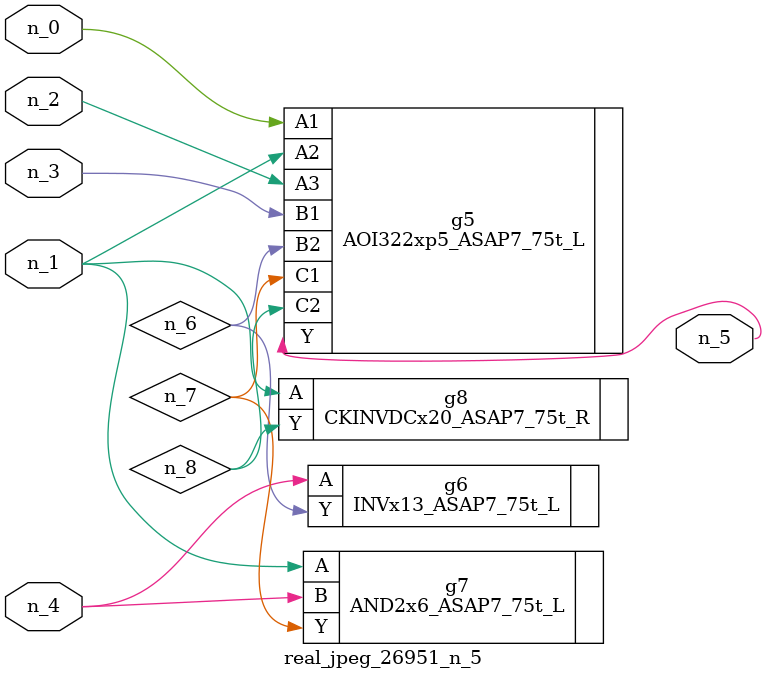
<source format=v>
module real_jpeg_26951_n_5 (n_4, n_0, n_1, n_2, n_3, n_5);

input n_4;
input n_0;
input n_1;
input n_2;
input n_3;

output n_5;

wire n_8;
wire n_6;
wire n_7;

AOI322xp5_ASAP7_75t_L g5 ( 
.A1(n_0),
.A2(n_1),
.A3(n_2),
.B1(n_3),
.B2(n_6),
.C1(n_7),
.C2(n_8),
.Y(n_5)
);

AND2x6_ASAP7_75t_L g7 ( 
.A(n_1),
.B(n_4),
.Y(n_7)
);

CKINVDCx20_ASAP7_75t_R g8 ( 
.A(n_1),
.Y(n_8)
);

INVx13_ASAP7_75t_L g6 ( 
.A(n_4),
.Y(n_6)
);


endmodule
</source>
